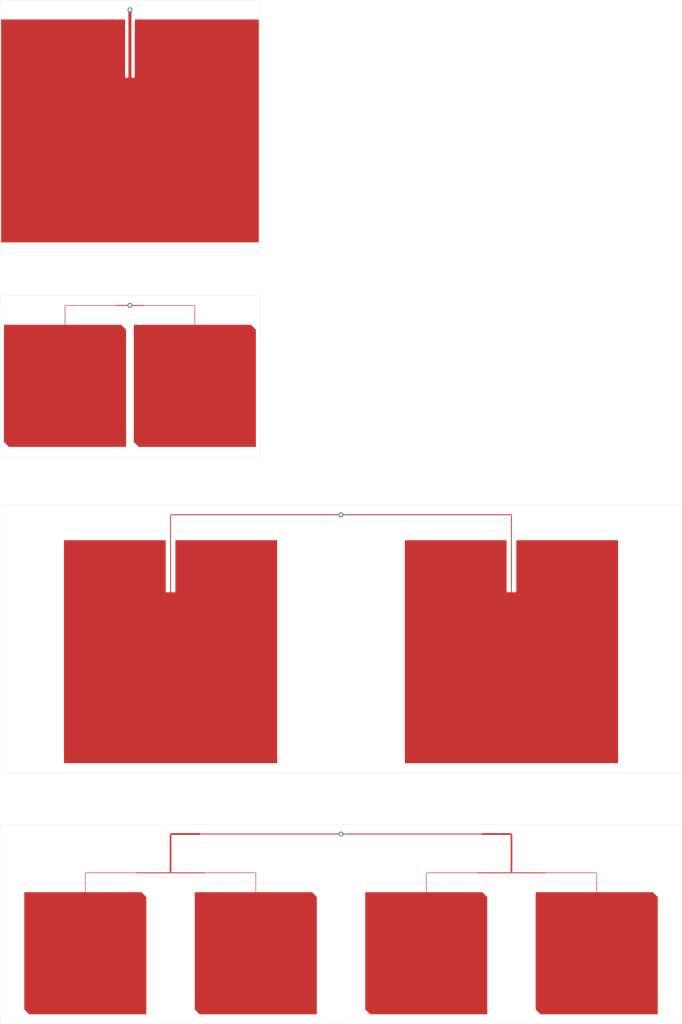
<source format=kicad_pcb>
(kicad_pcb (version 20221018) (generator pcbnew)
  (layers (0 "F.Cu" signal) (31 "B.Cu" signal) (44 "Edge.Cuts" user))
  (net 0 "")
  (net 1 "Antennas")
  (footprint "X0" (layer "F.Cu") (at 87 25)
    (fp_text reference "" (at 0 0) (layer "F.SilkS") (effects (font (size 1.27 1.27))))
    (fp_text value "" (at 0 0) (layer "F.SilkS") (effects (font (size 1.27 1.27))))
    (pad "1" thru_hole circle (at 0 0) (size 2.5 2.5) (drill 1.5) (layers "F.Cu") (net 1 "Antennas"))
  )
  (footprint "X2" (layer "F.Cu") (at 195.9292 285.5)
    (fp_text reference "" (at 0 0) (layer "F.SilkS") (effects (font (size 1.27 1.27))))
    (fp_text value "" (at 0 0) (layer "F.SilkS") (effects (font (size 1.27 1.27))))
    (pad "1" thru_hole circle (at 0 0) (size 2.5 2.5) (drill 1.5) (layers "F.Cu") (net 1 "Antennas"))
  )
  (footprint "X3" (layer "F.Cu") (at 195.9292 450.2127)
    (fp_text reference "" (at 0 0) (layer "F.SilkS") (effects (font (size 1.27 1.27))))
    (fp_text value "" (at 0 0) (layer "F.SilkS") (effects (font (size 1.27 1.27))))
    (pad "1" thru_hole circle (at 0 0) (size 2.5 2.5) (drill 1.5) (layers "F.Cu") (net 1 "Antennas"))
  )
  (footprint "X1" (layer "F.Cu") (at 87 177.5)
    (fp_text reference "" (at 0 0) (layer "F.SilkS") (effects (font (size 1.27 1.27))))
    (fp_text value "" (at 0 0) (layer "F.SilkS") (effects (font (size 1.27 1.27))))
    (pad "1" thru_hole circle (at 0 0) (size 2.5 2.5) (drill 1.5) (layers "F.Cu") (net 1 "Antennas"))
  )
  (gr_line (start 371.8584 280.5) (end 371.8584 418.6418) (stroke (width 0.1)) (layer "Edge.Cuts"))
  (gr_line (start 20 172.5) (end 154 172.5) (stroke (width 0.1)) (layer "Edge.Cuts"))
  (gr_line (start 20 20) (end 154 20) (stroke (width 0.1)) (layer "Edge.Cuts"))
  (gr_line (start 20 255.5) (end 20 172.5) (stroke (width 0.1)) (layer "Edge.Cuts"))
  (gr_line (start 20 548.2127) (end 20 445.2127) (stroke (width 0.1)) (layer "Edge.Cuts"))
  (gr_line (start 371.8584 548.2127) (end 20 548.2127) (stroke (width 0.1)) (layer "Edge.Cuts"))
  (gr_line (start 20 445.2127) (end 371.8584 445.2127) (stroke (width 0.1)) (layer "Edge.Cuts"))
  (gr_line (start 20 418.6418) (end 20 280.5) (stroke (width 0.1)) (layer "Edge.Cuts"))
  (gr_line (start 154 20) (end 154 150) (stroke (width 0.1)) (layer "Edge.Cuts"))
  (gr_line (start 20 280.5) (end 371.8584 280.5) (stroke (width 0.1)) (layer "Edge.Cuts"))
  (gr_line (start 154 255.5) (end 20 255.5) (stroke (width 0.1)) (layer "Edge.Cuts"))
  (gr_line (start 20 150) (end 20 20) (stroke (width 0.1)) (layer "Edge.Cuts"))
  (gr_line (start 154 172.5) (end 154 255.5) (stroke (width 0.1)) (layer "Edge.Cuts"))
  (gr_line (start 371.8584 418.6418) (end 20 418.6418) (stroke (width 0.1)) (layer "Edge.Cuts"))
  (gr_line (start 371.8584 445.2127) (end 371.8584 548.2127) (stroke (width 0.1)) (layer "Edge.Cuts"))
  (gr_line (start 154 150) (end 20 150) (stroke (width 0.1)) (layer "Edge.Cuts"))
  (zone (net 1) (net_name "Antennas") (layer "F.Cu") (connect_pads (clearance 0.3)) (min_thickness 0.05) (fill yes (thermal_gap 0.3) (thermal_bridge_width 0.25))
    (polygon (pts (xy 90.2223 470.4367) (xy 107.6769 470.4367) (xy 108.1886 469.925) (xy 108.1886 469.9887) (xy 107.7406 469.9887) (xy 90.2223 469.9887)))
  )
  (zone (net 1) (net_name "Antennas") (layer "F.Cu") (connect_pads (clearance 0.3)) (min_thickness 0.05) (fill yes (thermal_gap 0.3) (thermal_bridge_width 0.25))
    (polygon (pts (xy 301.6361 469.9887) (xy 284.1178 469.9887) (xy 283.6698 469.9887) (xy 283.6698 469.925) (xy 284.1815 470.4367) (xy 301.6361 470.4367)))
  )
  (zone (net 1) (net_name "Antennas") (layer "F.Cu") (connect_pads (clearance 0.3)) (min_thickness 0.05) (fill yes (thermal_gap 0.3) (thermal_bridge_width 0.25))
    (polygon (pts (xy 32.4823 480.2127) (xy 32.4823 540.7127) (xy 34.9823 543.2127) (xy 95.4823 543.2127) (xy 95.4823 482.7127) (xy 92.9823 480.2127)))
  )
  (zone (net 1) (net_name "Antennas") (layer "F.Cu") (connect_pads (clearance 0.3)) (min_thickness 0.05) (fill yes (thermal_gap 0.3) (thermal_bridge_width 0.25))
    (polygon (pts (xy 296.3761 480.2127) (xy 296.3761 540.7127) (xy 298.8761 543.2127) (xy 359.3761 543.2127) (xy 359.3761 482.7127) (xy 356.8761 480.2127)))
  )
  (zone (net 1) (net_name "Antennas") (layer "F.Cu") (connect_pads (clearance 0.3)) (min_thickness 0.05) (fill yes (thermal_gap 0.3) (thermal_bridge_width 0.25))
    (polygon (pts (xy 266.1515 470.4367) (xy 283.6061 470.4367) (xy 284.1178 469.925) (xy 284.1178 469.9887) (xy 283.6698 469.9887) (xy 266.1515 469.9887)))
  )
  (zone (net 1) (net_name "Antennas") (layer "F.Cu") (connect_pads (clearance 0.3)) (min_thickness 0.05) (fill yes (thermal_gap 0.3) (thermal_bridge_width 0.25))
    (polygon (pts (xy 268.5638 449.9887) (xy 196.1532 449.9887) (xy 195.7052 449.9887) (xy 195.7052 449.925) (xy 196.2169 450.4367) (xy 268.5638 450.4367)))
  )
  (zone (net 1) (net_name "Antennas") (layer "F.Cu") (connect_pads (clearance 0.3)) (min_thickness 0.05) (fill yes (thermal_gap 0.3) (thermal_bridge_width 0.25))
    (polygon (pts (xy 195.4292 285) (xy 195.4292 286) (xy 196.4292 286) (xy 196.4292 285)))
  )
  (zone (net 1) (net_name "Antennas") (layer "F.Cu") (connect_pads (clearance 0.3)) (min_thickness 0.05) (fill yes (thermal_gap 0.3) (thermal_bridge_width 0.25))
    (polygon (pts (xy 284.1178 325.5) (xy 284.1178 285.7877) (xy 283.6061 285.276) (xy 196.1532 285.276) (xy 195.7052 285.276) (xy 195.7052 285.2123) (xy 196.2169 285.724) (xy 283.6698 285.724) (xy 283.6698 325.5)))
  )
  (zone (net 1) (net_name "Antennas") (layer "F.Cu") (connect_pads (clearance 0.3)) (min_thickness 0.05) (fill yes (thermal_gap 0.3) (thermal_bridge_width 0.25))
    (polygon (pts (xy 208.4115 480.2127) (xy 208.4115 540.7127) (xy 210.9115 543.2127) (xy 271.4115 543.2127) (xy 271.4115 482.7127) (xy 268.9115 480.2127)))
  )
  (zone (net 1) (net_name "Antennas") (layer "F.Cu") (connect_pads (clearance 0.3)) (min_thickness 0.05) (fill yes (thermal_gap 0.3) (thermal_bridge_width 0.25))
    (polygon (pts (xy 22 187.5) (xy 22 248) (xy 24.5 250.5) (xy 85 250.5) (xy 85 190) (xy 82.5 187.5)))
  )
  (zone (net 1) (net_name "Antennas") (layer "F.Cu") (connect_pads (clearance 0.3)) (min_thickness 0.05) (fill yes (thermal_gap 0.3) (thermal_bridge_width 0.25))
    (polygon (pts (xy 228.8938 298.6418) (xy 228.8938 413.6418) (xy 338.8938 413.6418) (xy 338.8938 298.6418) (xy 286.3938 298.6418) (xy 286.3938 325.5) (xy 281.3938 325.5) (xy 281.3938 298.6418)))
  )
  (zone (net 1) (net_name "Antennas") (layer "F.Cu") (connect_pads (clearance 0.3)) (min_thickness 0.05) (fill yes (thermal_gap 0.3) (thermal_bridge_width 0.25))
    (polygon (pts (xy 53.6375 187.5) (xy 53.6375 177.6375) (xy 79.74 177.6375) (xy 79.74 177.3625) (xy 53.7274 177.3625) (xy 53.3625 177.7274) (xy 53.3625 187.5)))
  )
  (zone (net 1) (net_name "Antennas") (layer "F.Cu") (connect_pads (clearance 0.3)) (min_thickness 0.05) (fill yes (thermal_gap 0.3) (thermal_bridge_width 0.25))
    (polygon (pts (xy 108.1886 325.5) (xy 108.1886 285.724) (xy 195.6415 285.724) (xy 196.1532 285.2123) (xy 196.1532 285.276) (xy 195.7052 285.276) (xy 108.2523 285.276) (xy 107.7406 285.7877) (xy 107.7406 325.5)))
  )
  (zone (net 1) (net_name "Antennas") (layer "F.Cu") (connect_pads (clearance 0.3)) (min_thickness 0.05) (fill yes (thermal_gap 0.3) (thermal_bridge_width 0.25))
    (polygon (pts (xy 86.5 177) (xy 86.5 178) (xy 87.5 178) (xy 87.5 177)))
  )
  (zone (net 1) (net_name "Antennas") (layer "F.Cu") (connect_pads (clearance 0.3)) (min_thickness 0.05) (fill yes (thermal_gap 0.3) (thermal_bridge_width 0.25))
    (polygon (pts (xy 79.74 177.724) (xy 86.7123 177.724) (xy 87.224 177.2123) (xy 87.224 177.276) (xy 86.776 177.276) (xy 79.74 177.276)))
  )
  (zone (net 1) (net_name "Antennas") (layer "F.Cu") (connect_pads (clearance 0.3)) (min_thickness 0.05) (fill yes (thermal_gap 0.3) (thermal_bridge_width 0.25))
    (polygon (pts (xy 89 187.5) (xy 89 248) (xy 91.5 250.5) (xy 152 250.5) (xy 152 190) (xy 149.5 187.5)))
  )
  (zone (net 1) (net_name "Antennas") (layer "F.Cu") (connect_pads (clearance 0.3)) (min_thickness 0.05) (fill yes (thermal_gap 0.3) (thermal_bridge_width 0.25))
    (polygon (pts (xy 120.6375 187.5) (xy 120.6375 177.7274) (xy 120.2726 177.3625) (xy 94.26 177.3625) (xy 94.26 177.6375) (xy 120.3625 177.6375) (xy 120.3625 187.5)))
  )
  (zone (net 1) (net_name "Antennas") (layer "F.Cu") (connect_pads (clearance 0.3)) (min_thickness 0.05) (fill yes (thermal_gap 0.3) (thermal_bridge_width 0.25))
    (polygon (pts (xy 123.2946 450.4367) (xy 195.6415 450.4367) (xy 196.1532 449.925) (xy 196.1532 449.9887) (xy 195.7052 449.9887) (xy 123.2946 449.9887)))
  )
  (zone (net 1) (net_name "Antennas") (layer "F.Cu") (connect_pads (clearance 0.3)) (min_thickness 0.05) (fill yes (thermal_gap 0.3) (thermal_bridge_width 0.25))
    (polygon (pts (xy 86.5 24.5) (xy 86.5 25.5) (xy 87.5 25.5) (xy 87.5 24.5)))
  )
  (zone (net 1) (net_name "Antennas") (layer "F.Cu") (connect_pads (clearance 0.3)) (min_thickness 0.05) (fill yes (thermal_gap 0.3) (thermal_bridge_width 0.25))
    (polygon (pts (xy 52.9646 298.6418) (xy 52.9646 413.6418) (xy 162.9646 413.6418) (xy 162.9646 298.6418) (xy 110.4646 298.6418) (xy 110.4646 325.5) (xy 105.4646 325.5) (xy 105.4646 298.6418)))
  )
  (zone (net 1) (net_name "Antennas") (layer "F.Cu") (connect_pads (clearance 0.3)) (min_thickness 0.05) (fill yes (thermal_gap 0.3) (thermal_bridge_width 0.25))
    (polygon (pts (xy 20.5 30) (xy 20.5 145) (xy 153.5 145) (xy 153.5 30) (xy 89.5 30) (xy 89.5 60) (xy 84.5 60) (xy 84.5 30)))
  )
  (zone (net 1) (net_name "Antennas") (layer "F.Cu") (connect_pads (clearance 0.3)) (min_thickness 0.05) (fill yes (thermal_gap 0.3) (thermal_bridge_width 0.25))
    (polygon (pts (xy 64.1198 480.2127) (xy 64.1198 470.3502) (xy 90.2223 470.3502) (xy 90.2223 470.0752) (xy 64.2097 470.0752) (xy 63.8448 470.4401) (xy 63.8448 480.2127)))
  )
  (zone (net 1) (net_name "Antennas") (layer "F.Cu") (connect_pads (clearance 0.3)) (min_thickness 0.05) (fill yes (thermal_gap 0.3) (thermal_bridge_width 0.25))
    (polygon (pts (xy 195.4292 449.7127) (xy 195.4292 450.7127) (xy 196.4292 450.7127) (xy 196.4292 449.7127)))
  )
  (zone (net 1) (net_name "Antennas") (layer "F.Cu") (connect_pads (clearance 0.3)) (min_thickness 0.05) (fill yes (thermal_gap 0.3) (thermal_bridge_width 0.25))
    (polygon (pts (xy 120.4469 480.2127) (xy 120.4469 540.7127) (xy 122.9469 543.2127) (xy 183.4469 543.2127) (xy 183.4469 482.7127) (xy 180.9469 480.2127)))
  )
  (zone (net 1) (net_name "Antennas") (layer "F.Cu") (connect_pads (clearance 0.3)) (min_thickness 0.05) (fill yes (thermal_gap 0.3) (thermal_bridge_width 0.25))
    (polygon (pts (xy 284.3358 470.2127) (xy 284.3358 450.5907) (xy 283.5158 449.7707) (xy 268.5638 449.7707) (xy 268.5638 450.6547) (xy 283.4518 450.6547) (xy 283.4518 470.2127)))
  )
  (zone (net 1) (net_name "Antennas") (layer "F.Cu") (connect_pads (clearance 0.3)) (min_thickness 0.05) (fill yes (thermal_gap 0.3) (thermal_bridge_width 0.25))
    (polygon (pts (xy 125.7069 469.9887) (xy 108.1886 469.9887) (xy 107.7406 469.9887) (xy 107.7406 469.925) (xy 108.2523 470.4367) (xy 125.7069 470.4367)))
  )
  (zone (net 1) (net_name "Antennas") (layer "F.Cu") (connect_pads (clearance 0.3)) (min_thickness 0.05) (fill yes (thermal_gap 0.3) (thermal_bridge_width 0.25))
    (polygon (pts (xy 94.26 177.276) (xy 87.224 177.276) (xy 86.776 177.276) (xy 86.776 177.2123) (xy 87.2877 177.724) (xy 94.26 177.724)))
  )
  (zone (net 1) (net_name "Antennas") (layer "F.Cu") (connect_pads (clearance 0.3)) (min_thickness 0.05) (fill yes (thermal_gap 0.3) (thermal_bridge_width 0.25))
    (polygon (pts (xy 240.049 480.2127) (xy 240.049 470.3502) (xy 266.1515 470.3502) (xy 266.1515 470.0752) (xy 240.1389 470.0752) (xy 239.774 470.4401) (xy 239.774 480.2127)))
  )
  (zone (net 1) (net_name "Antennas") (layer "F.Cu") (connect_pads (clearance 0.3)) (min_thickness 0.05) (fill yes (thermal_gap 0.3) (thermal_bridge_width 0.25))
    (polygon (pts (xy 108.4066 470.2127) (xy 108.4066 450.6547) (xy 123.2946 450.6547) (xy 123.2946 449.7707) (xy 108.3426 449.7707) (xy 107.5226 450.5907) (xy 107.5226 470.2127)))
  )
  (zone (net 1) (net_name "Antennas") (layer "F.Cu") (connect_pads (clearance 0.3)) (min_thickness 0.05) (fill yes (thermal_gap 0.3) (thermal_bridge_width 0.25))
    (polygon (pts (xy 86.23 60) (xy 86.23 25) (xy 87.77 25) (xy 87.77 60)))
  )
  (zone (net 1) (net_name "Antennas") (layer "F.Cu") (connect_pads (clearance 0.3)) (min_thickness 0.05) (fill yes (thermal_gap 0.3) (thermal_bridge_width 0.25))
    (polygon (pts (xy 152.0844 480.2127) (xy 152.0844 470.4401) (xy 151.7195 470.0752) (xy 125.7069 470.0752) (xy 125.7069 470.3502) (xy 151.8094 470.3502) (xy 151.8094 480.2127)))
  )
  (zone (net 1) (net_name "Antennas") (layer "F.Cu") (connect_pads (clearance 0.3)) (min_thickness 0.05) (fill yes (thermal_gap 0.3) (thermal_bridge_width 0.25))
    (polygon (pts (xy 328.0136 480.2127) (xy 328.0136 470.4401) (xy 327.6487 470.0752) (xy 301.6361 470.0752) (xy 301.6361 470.3502) (xy 327.7386 470.3502) (xy 327.7386 480.2127)))
  )
)
</source>
